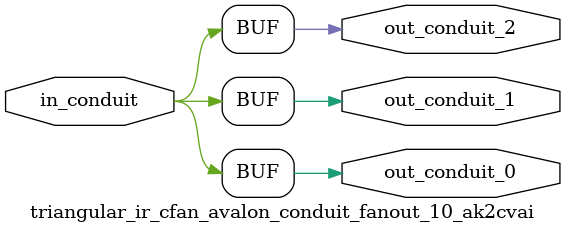
<source format=sv>


 


// --------------------------------------------------------------------------------
//| Avalon Conduit Fan-Out
// --------------------------------------------------------------------------------

// ------------------------------------------
// Generation parameters:
//   output_name:       triangular_ir_cfan_avalon_conduit_fanout_10_ak2cvai
//   numFanOut:         3
//   
// ------------------------------------------

module triangular_ir_cfan_avalon_conduit_fanout_10_ak2cvai (     

// Interface: out_conduit_0
 output                    out_conduit_0,
// Interface: out_conduit_1
 output                    out_conduit_1,
// Interface: out_conduit_2
 output                    out_conduit_2,

// Interface: in_conduit
 input                   in_conduit

);

   assign  out_conduit_0 = in_conduit;
   assign  out_conduit_1 = in_conduit;
   assign  out_conduit_2 = in_conduit;

endmodule //


</source>
